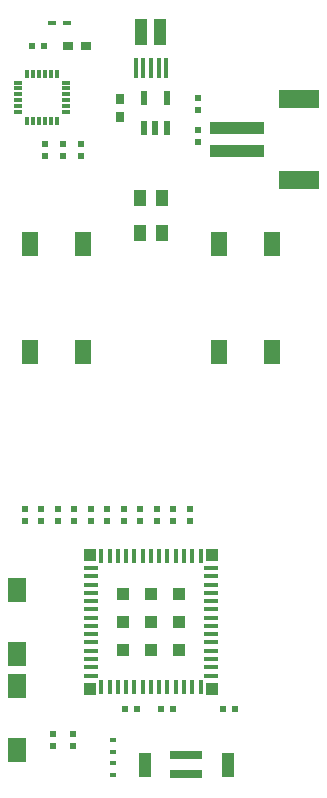
<source format=gtp>
G75*
G70*
%OFA0B0*%
%FSLAX24Y24*%
%IPPOS*%
%LPD*%
%AMOC8*
5,1,8,0,0,1.08239X$1,22.5*
%
%ADD10R,0.0220X0.0500*%
%ADD11R,0.0266X0.0177*%
%ADD12R,0.0354X0.0315*%
%ADD13R,0.0236X0.0236*%
%ADD14R,0.0315X0.0354*%
%ADD15R,0.1811X0.0394*%
%ADD16R,0.1339X0.0630*%
%ADD17R,0.0315X0.0118*%
%ADD18R,0.0118X0.0315*%
%ADD19R,0.0472X0.0138*%
%ADD20R,0.0138X0.0472*%
%ADD21R,0.0394X0.0394*%
%ADD22R,0.0394X0.0787*%
%ADD23R,0.1102X0.0315*%
%ADD24R,0.0240X0.0180*%
%ADD25R,0.0551X0.0827*%
%ADD26R,0.0433X0.0551*%
%ADD27R,0.0630X0.0787*%
%ADD28R,0.0157X0.0689*%
%ADD29R,0.0443X0.0886*%
D10*
X006036Y022558D03*
X006406Y022558D03*
X006776Y022558D03*
X006776Y023578D03*
X006036Y023578D03*
D11*
X003451Y026059D03*
X002949Y026059D03*
D12*
X003480Y025289D03*
X004080Y025289D03*
D13*
X002680Y025289D03*
X002280Y025289D03*
X002720Y022029D03*
X002720Y021629D03*
X003320Y021629D03*
X003320Y022029D03*
X003910Y022029D03*
X003910Y021629D03*
X007830Y022099D03*
X007830Y022499D03*
X007830Y023169D03*
X007830Y023569D03*
X007550Y009859D03*
X007550Y009459D03*
X007000Y009459D03*
X007000Y009859D03*
X006450Y009859D03*
X006450Y009459D03*
X005900Y009459D03*
X005900Y009859D03*
X005350Y009859D03*
X005350Y009459D03*
X004800Y009459D03*
X004800Y009859D03*
X004250Y009859D03*
X004250Y009459D03*
X003700Y009459D03*
X003700Y009859D03*
X003150Y009859D03*
X003150Y009459D03*
X002600Y009459D03*
X002600Y009859D03*
X002050Y009859D03*
X002050Y009459D03*
X005400Y003209D03*
X005800Y003209D03*
X006600Y003209D03*
X007000Y003209D03*
X008650Y003209D03*
X009050Y003209D03*
X003650Y002359D03*
X003650Y001959D03*
X003000Y001959D03*
X003000Y002359D03*
D14*
X005230Y022949D03*
X005230Y023549D03*
D15*
X009142Y022577D03*
X009142Y021790D03*
D16*
X011189Y020845D03*
X011189Y023522D03*
D17*
X003412Y023495D03*
X003412Y023692D03*
X003412Y023888D03*
X003412Y024085D03*
X003412Y023298D03*
X003412Y023101D03*
X001837Y023101D03*
X001837Y023298D03*
X001837Y023495D03*
X001837Y023692D03*
X001837Y023888D03*
X001837Y024085D03*
D18*
X002133Y024381D03*
X002330Y024381D03*
X002526Y024381D03*
X002723Y024381D03*
X002920Y024381D03*
X003117Y024381D03*
X003117Y022806D03*
X002920Y022806D03*
X002723Y022806D03*
X002526Y022806D03*
X002330Y022806D03*
X002133Y022806D03*
D19*
X004267Y007900D03*
X004267Y007624D03*
X004267Y007349D03*
X004267Y007073D03*
X004267Y006797D03*
X004267Y006522D03*
X004267Y006246D03*
X004267Y005971D03*
X004267Y005695D03*
X004267Y005420D03*
X004267Y005144D03*
X004267Y004868D03*
X004267Y004593D03*
X004267Y004317D03*
X008244Y004317D03*
X008244Y004593D03*
X008244Y004868D03*
X008244Y005144D03*
X008244Y005420D03*
X008244Y005695D03*
X008244Y005971D03*
X008244Y006246D03*
X008244Y006522D03*
X008244Y006797D03*
X008244Y007073D03*
X008244Y007349D03*
X008244Y007624D03*
X008244Y007900D03*
D20*
X007909Y008294D03*
X007633Y008294D03*
X007358Y008294D03*
X007082Y008294D03*
X006807Y008294D03*
X006531Y008294D03*
X006256Y008294D03*
X005980Y008294D03*
X005704Y008294D03*
X005429Y008294D03*
X005153Y008294D03*
X004878Y008294D03*
X004602Y008294D03*
X004602Y003923D03*
X004878Y003923D03*
X005153Y003923D03*
X005429Y003923D03*
X005704Y003923D03*
X005980Y003923D03*
X006256Y003923D03*
X006531Y003923D03*
X006807Y003923D03*
X007082Y003923D03*
X007358Y003923D03*
X007633Y003923D03*
X007909Y003923D03*
D21*
X008283Y003884D03*
X007200Y005164D03*
X006256Y005164D03*
X006256Y006109D03*
X006256Y007053D03*
X007200Y007053D03*
X007200Y006109D03*
X005311Y006109D03*
X005311Y007053D03*
X004228Y008333D03*
X005311Y005164D03*
X004228Y003884D03*
X008283Y008333D03*
D22*
X008815Y001349D03*
X006059Y001349D03*
D23*
X007437Y001028D03*
X007437Y001670D03*
D24*
X004986Y001779D03*
X004986Y002159D03*
X004986Y001399D03*
X004986Y001019D03*
D25*
X003992Y015109D03*
X002220Y015109D03*
X002220Y018692D03*
X003992Y018692D03*
X008519Y018692D03*
X010291Y018692D03*
X010291Y015109D03*
X008519Y015109D03*
D26*
X006610Y019085D03*
X005901Y019085D03*
X005901Y020227D03*
X006610Y020227D03*
D27*
X001800Y001846D03*
X001800Y003971D03*
X001800Y005046D03*
X001800Y007171D03*
D28*
X005744Y024568D03*
X006000Y024568D03*
X006256Y024568D03*
X006511Y024568D03*
X006767Y024568D03*
D29*
X006575Y025778D03*
X005936Y025778D03*
M02*

</source>
